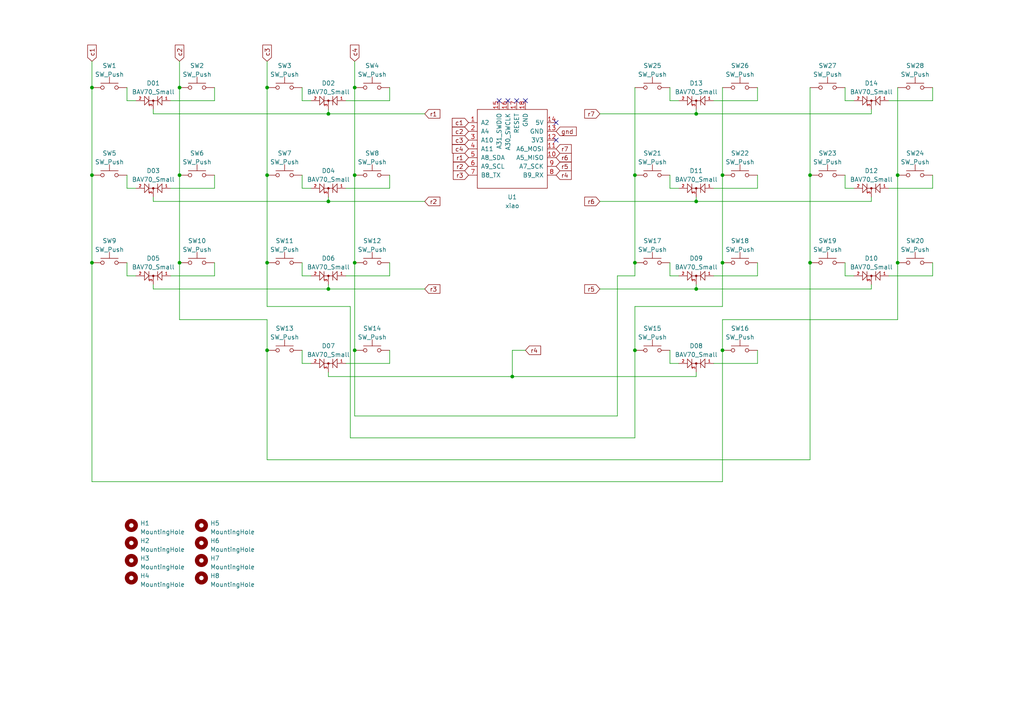
<source format=kicad_sch>
(kicad_sch (version 20230121) (generator eeschema)
  (paper "A4")
  (lib_symbols
    (symbol "Kleeb MCU:xiao" (pin_names (offset 1.016))
      (property "Reference" "U" (at -10.16 15.24 0))
      (property "Value" "xiao" (at -8.89 12.7 0))
      (symbol "xiao_0_1"
        (rectangle (start -10.16 11.43) (end 10.16 -11.43))
      )
      (symbol "xiao_1_1"
        (pin bidirectional line (at -12.7 7.62 0) (length 2.54) (name "A2") (number "1"))
        (pin bidirectional line (at 12.7 -2.54 180) (length 2.54) (name "A5_MISO") (number "10"))
        (pin bidirectional line (at 12.7 0 180) (length 2.54) (name "A6_MOSI") (number "11"))
        (pin power_out line (at 12.7 2.54 180) (length 2.54) (name "3V3") (number "12"))
        (pin power_out line (at 12.7 5.08 180) (length 2.54) (name "GND") (number "13"))
        (pin power_out line (at 12.7 7.62 180) (length 2.54) (name "5V") (number "14"))
        (pin input line (at -3.81 13.97 270) (length 2.54) (name "A31_SWDIO") (number "15"))
        (pin input line (at -1.27 13.97 270) (length 2.54) (name "A30_SWCLK") (number "16"))
        (pin input line (at 1.27 13.97 270) (length 2.54) (name "RESET") (number "17"))
        (pin power_out line (at 3.81 13.97 270) (length 2.54) (name "GND") (number "18"))
        (pin bidirectional line (at -12.7 5.08 0) (length 2.54) (name "A4") (number "2"))
        (pin bidirectional line (at -12.7 2.54 0) (length 2.54) (name "A10") (number "3"))
        (pin bidirectional line (at -12.7 0 0) (length 2.54) (name "A11") (number "4"))
        (pin bidirectional line (at -12.7 -2.54 0) (length 2.54) (name "A8_SDA") (number "5"))
        (pin bidirectional line (at -12.7 -5.08 0) (length 2.54) (name "A9_SCL") (number "6"))
        (pin bidirectional line (at -12.7 -7.62 0) (length 2.54) (name "B8_TX") (number "7"))
        (pin bidirectional line (at 12.7 -7.62 180) (length 2.54) (name "B9_RX") (number "8"))
        (pin bidirectional line (at 12.7 -5.08 180) (length 2.54) (name "A7_SCK") (number "9"))
      )
    )
    (symbol "MarBastLib-Various:BAV70_Small" (pin_names (offset 0.762) hide)
      (property "Reference" "D" (at 0.635 -2.54 0))
      (property "Value" "BAV70_Small" (at 0 2.54 0))
      (symbol "BAV70_Small_0_1"
        (polyline (pts (xy -1.27 1.27) (xy -1.27 -1.27)))
        (polyline (pts (xy 1.27 0) (xy -1.27 0)))
        (polyline (pts (xy 1.27 1.27) (xy 1.27 -1.27)))
        (polyline (pts (xy -2.54 1.27) (xy -2.54 -1.27) (xy -1.27 0) (xy -2.54 1.27)))
        (polyline (pts (xy 2.54 1.27) (xy 2.54 -1.27) (xy 1.27 0) (xy 2.54 1.27)))
        (circle (center 0 0) (radius 0.254) (fill (type outline)))
      )
      (symbol "BAV70_Small_1_1"
        (pin input line (at -5.08 0 0) (length 2.54) (name "A1") (number "1"))
        (pin input line (at 5.08 0 180) (length 2.54) (name "A2") (number "2"))
        (pin passive line (at 0 -2.54 90) (length 2.54) (name "K") (number "3"))
      )
    )
    (symbol "Mechanical:MountingHole" (pin_names (offset 1.016))
      (property "Reference" "H" (at 0 5.08 0))
      (property "Value" "MountingHole" (at 0 3.175 0))
      (symbol "MountingHole_0_1"
        (circle (center 0 0) (radius 1.27) (stroke (width 1.27)))
      )
    )
    (symbol "Switch:SW_Push" (pin_numbers hide) (pin_names (offset 1.016) hide)
      (property "Reference" "SW" (at 1.27 2.54 0))
      (property "Value" "SW_Push" (at 0 -1.524 0))
      (symbol "SW_Push_0_1"
        (circle (center -2.032 0) (radius 0.508))
        (polyline (pts (xy 0 1.27) (xy 0 3.048)))
        (polyline (pts (xy 2.54 1.27) (xy -2.54 1.27)))
        (circle (center 2.032 0) (radius 0.508))
        (pin passive line (at -5.08 0 0) (length 2.54) (name "1") (number "1"))
        (pin passive line (at 5.08 0 180) (length 2.54) (name "2") (number "2"))
      )
    )
  )
  (junction (at 102.87 25.4))
  (junction (at 184.15 101.6))
  (junction (at 77.47 25.4))
  (junction (at 77.47 101.6))
  (junction (at 102.87 50.8))
  (junction (at 95.25 83.82))
  (junction (at 52.07 50.8))
  (junction (at 201.93 58.42))
  (junction (at 77.47 76.2))
  (junction (at 95.25 58.42))
  (junction (at 184.15 50.8))
  (junction (at 234.95 50.8))
  (junction (at 77.47 50.8))
  (junction (at 52.07 76.2))
  (junction (at 26.67 76.2))
  (junction (at 52.07 25.4))
  (junction (at 234.95 76.2))
  (junction (at 102.87 101.6))
  (junction (at 209.55 76.2))
  (junction (at 260.35 50.8))
  (junction (at 209.55 50.8))
  (junction (at 26.67 50.8))
  (junction (at 184.15 76.2))
  (junction (at 95.25 33.02))
  (junction (at 148.59 109.22))
  (junction (at 201.93 33.02))
  (junction (at 201.93 83.82))
  (junction (at 102.87 76.2))
  (junction (at 26.67 25.4))
  (junction (at 209.55 101.6))
  (junction (at 260.35 76.2))
  (no_connect (at 161.29 40.64))
  (no_connect (at 147.32 29.21))
  (no_connect (at 149.86 29.21))
  (no_connect (at 152.4 29.21))
  (no_connect (at 161.29 35.56))
  (no_connect (at 144.78 29.21))
  (wire (pts (xy 201.93 58.42) (xy 201.93 57.15)))
  (wire (pts (xy 184.15 88.9) (xy 209.55 88.9)))
  (wire (pts (xy 209.55 92.71) (xy 260.35 92.71)))
  (wire (pts (xy 179.07 120.65) (xy 102.87 120.65)))
  (wire (pts (xy 148.59 101.6) (xy 152.4 101.6)))
  (wire (pts (xy 52.07 76.2) (xy 52.07 50.8)))
  (wire (pts (xy 26.67 17.78) (xy 26.67 25.4)))
  (wire (pts (xy 209.55 50.8) (xy 209.55 25.4)))
  (wire (pts (xy 219.71 29.21) (xy 207.01 29.21)))
  (wire (pts (xy 245.11 80.01) (xy 247.65 80.01)))
  (wire (pts (xy 62.23 76.2) (xy 62.23 80.01)))
  (wire (pts (xy 219.71 76.2) (xy 219.71 80.01)))
  (wire (pts (xy 252.73 57.15) (xy 252.73 58.42)))
  (wire (pts (xy 194.31 76.2) (xy 194.31 80.01)))
  (wire (pts (xy 87.63 25.4) (xy 87.63 29.21)))
  (wire (pts (xy 52.07 17.78) (xy 52.07 25.4)))
  (wire (pts (xy 52.07 92.71) (xy 52.07 76.2)))
  (wire (pts (xy 209.55 139.7) (xy 209.55 101.6)))
  (wire (pts (xy 26.67 50.8) (xy 26.67 76.2)))
  (wire (pts (xy 95.25 31.75) (xy 95.25 33.02)))
  (wire (pts (xy 44.45 33.02) (xy 95.25 33.02)))
  (wire (pts (xy 95.25 33.02) (xy 123.19 33.02)))
  (wire (pts (xy 44.45 58.42) (xy 95.25 58.42)))
  (wire (pts (xy 179.07 80.01) (xy 179.07 120.65)))
  (wire (pts (xy 148.59 109.22) (xy 201.93 109.22)))
  (wire (pts (xy 252.73 82.55) (xy 252.73 83.82)))
  (wire (pts (xy 36.83 25.4) (xy 36.83 29.21)))
  (wire (pts (xy 219.71 50.8) (xy 219.71 54.61)))
  (wire (pts (xy 77.47 133.35) (xy 77.47 101.6)))
  (wire (pts (xy 194.31 105.41) (xy 196.85 105.41)))
  (wire (pts (xy 270.51 80.01) (xy 257.81 80.01)))
  (wire (pts (xy 260.35 50.8) (xy 260.35 76.2)))
  (wire (pts (xy 194.31 50.8) (xy 194.31 54.61)))
  (wire (pts (xy 194.31 54.61) (xy 196.85 54.61)))
  (wire (pts (xy 245.11 76.2) (xy 245.11 80.01)))
  (wire (pts (xy 245.11 25.4) (xy 245.11 29.21)))
  (wire (pts (xy 184.15 127) (xy 184.15 101.6)))
  (wire (pts (xy 95.25 57.15) (xy 95.25 58.42)))
  (wire (pts (xy 77.47 92.71) (xy 52.07 92.71)))
  (wire (pts (xy 62.23 29.21) (xy 49.53 29.21)))
  (wire (pts (xy 201.93 58.42) (xy 252.73 58.42)))
  (wire (pts (xy 270.51 50.8) (xy 270.51 54.61)))
  (wire (pts (xy 62.23 25.4) (xy 62.23 29.21)))
  (wire (pts (xy 219.71 80.01) (xy 207.01 80.01)))
  (wire (pts (xy 87.63 50.8) (xy 87.63 54.61)))
  (wire (pts (xy 44.45 83.82) (xy 95.25 83.82)))
  (wire (pts (xy 77.47 50.8) (xy 77.47 76.2)))
  (wire (pts (xy 44.45 58.42) (xy 44.45 57.15)))
  (wire (pts (xy 260.35 92.71) (xy 260.35 76.2)))
  (wire (pts (xy 252.73 31.75) (xy 252.73 33.02)))
  (wire (pts (xy 194.31 101.6) (xy 194.31 105.41)))
  (wire (pts (xy 113.03 80.01) (xy 100.33 80.01)))
  (wire (pts (xy 95.25 83.82) (xy 123.19 83.82)))
  (wire (pts (xy 270.51 25.4) (xy 270.51 29.21)))
  (wire (pts (xy 36.83 50.8) (xy 36.83 54.61)))
  (wire (pts (xy 113.03 25.4) (xy 113.03 29.21)))
  (wire (pts (xy 102.87 76.2) (xy 102.87 50.8)))
  (wire (pts (xy 87.63 29.21) (xy 90.17 29.21)))
  (wire (pts (xy 113.03 76.2) (xy 113.03 80.01)))
  (wire (pts (xy 62.23 50.8) (xy 62.23 54.61)))
  (wire (pts (xy 184.15 80.01) (xy 184.15 76.2)))
  (wire (pts (xy 44.45 83.82) (xy 44.45 82.55)))
  (wire (pts (xy 95.25 107.95) (xy 95.25 109.22)))
  (wire (pts (xy 102.87 17.78) (xy 102.87 25.4)))
  (wire (pts (xy 219.71 25.4) (xy 219.71 29.21)))
  (wire (pts (xy 207.01 105.41) (xy 219.71 105.41)))
  (wire (pts (xy 102.87 101.6) (xy 102.87 76.2)))
  (wire (pts (xy 209.55 101.6) (xy 209.55 92.71)))
  (wire (pts (xy 36.83 76.2) (xy 36.83 80.01)))
  (wire (pts (xy 270.51 29.21) (xy 257.81 29.21)))
  (wire (pts (xy 201.93 109.22) (xy 201.93 107.95)))
  (wire (pts (xy 87.63 80.01) (xy 90.17 80.01)))
  (wire (pts (xy 101.6 88.9) (xy 101.6 127)))
  (wire (pts (xy 173.99 58.42) (xy 201.93 58.42)))
  (wire (pts (xy 184.15 50.8) (xy 184.15 76.2)))
  (wire (pts (xy 209.55 76.2) (xy 209.55 50.8)))
  (wire (pts (xy 87.63 105.41) (xy 90.17 105.41)))
  (wire (pts (xy 260.35 25.4) (xy 260.35 50.8)))
  (wire (pts (xy 201.93 33.02) (xy 201.93 31.75)))
  (wire (pts (xy 102.87 120.65) (xy 102.87 101.6)))
  (wire (pts (xy 234.95 133.35) (xy 234.95 76.2)))
  (wire (pts (xy 62.23 54.61) (xy 49.53 54.61)))
  (wire (pts (xy 26.67 76.2) (xy 26.67 139.7)))
  (wire (pts (xy 62.23 80.01) (xy 49.53 80.01)))
  (wire (pts (xy 36.83 80.01) (xy 39.37 80.01)))
  (wire (pts (xy 194.31 80.01) (xy 196.85 80.01)))
  (wire (pts (xy 95.25 58.42) (xy 123.19 58.42)))
  (wire (pts (xy 219.71 101.6) (xy 219.71 105.41)))
  (wire (pts (xy 194.31 25.4) (xy 194.31 29.21)))
  (wire (pts (xy 102.87 50.8) (xy 102.87 25.4)))
  (wire (pts (xy 270.51 54.61) (xy 257.81 54.61)))
  (wire (pts (xy 77.47 25.4) (xy 77.47 50.8)))
  (wire (pts (xy 184.15 25.4) (xy 184.15 50.8)))
  (wire (pts (xy 101.6 127) (xy 184.15 127)))
  (wire (pts (xy 270.51 76.2) (xy 270.51 80.01)))
  (wire (pts (xy 113.03 50.8) (xy 113.03 54.61)))
  (wire (pts (xy 36.83 54.61) (xy 39.37 54.61)))
  (wire (pts (xy 184.15 101.6) (xy 184.15 88.9)))
  (wire (pts (xy 201.93 83.82) (xy 201.93 82.55)))
  (wire (pts (xy 100.33 105.41) (xy 113.03 105.41)))
  (wire (pts (xy 77.47 101.6) (xy 77.47 92.71)))
  (wire (pts (xy 245.11 50.8) (xy 245.11 54.61)))
  (wire (pts (xy 234.95 50.8) (xy 234.95 25.4)))
  (wire (pts (xy 201.93 33.02) (xy 252.73 33.02)))
  (wire (pts (xy 26.67 139.7) (xy 209.55 139.7)))
  (wire (pts (xy 44.45 33.02) (xy 44.45 31.75)))
  (wire (pts (xy 113.03 54.61) (xy 100.33 54.61)))
  (wire (pts (xy 36.83 29.21) (xy 39.37 29.21)))
  (wire (pts (xy 26.67 25.4) (xy 26.67 50.8)))
  (wire (pts (xy 148.59 109.22) (xy 148.59 101.6)))
  (wire (pts (xy 173.99 83.82) (xy 201.93 83.82)))
  (wire (pts (xy 194.31 29.21) (xy 196.85 29.21)))
  (wire (pts (xy 234.95 76.2) (xy 234.95 50.8)))
  (wire (pts (xy 52.07 50.8) (xy 52.07 25.4)))
  (wire (pts (xy 87.63 101.6) (xy 87.63 105.41)))
  (wire (pts (xy 77.47 17.78) (xy 77.47 25.4)))
  (wire (pts (xy 113.03 29.21) (xy 100.33 29.21)))
  (wire (pts (xy 77.47 88.9) (xy 101.6 88.9)))
  (wire (pts (xy 209.55 88.9) (xy 209.55 76.2)))
  (wire (pts (xy 245.11 29.21) (xy 247.65 29.21)))
  (wire (pts (xy 95.25 82.55) (xy 95.25 83.82)))
  (wire (pts (xy 77.47 133.35) (xy 234.95 133.35)))
  (wire (pts (xy 87.63 76.2) (xy 87.63 80.01)))
  (wire (pts (xy 77.47 76.2) (xy 77.47 88.9)))
  (wire (pts (xy 219.71 54.61) (xy 207.01 54.61)))
  (wire (pts (xy 113.03 101.6) (xy 113.03 105.41)))
  (wire (pts (xy 201.93 83.82) (xy 252.73 83.82)))
  (wire (pts (xy 95.25 109.22) (xy 148.59 109.22)))
  (wire (pts (xy 87.63 54.61) (xy 90.17 54.61)))
  (wire (pts (xy 179.07 80.01) (xy 184.15 80.01)))
  (wire (pts (xy 245.11 54.61) (xy 247.65 54.61)))
  (wire (pts (xy 173.99 33.02) (xy 201.93 33.02)))
  (global_label "r7" (shape input) (at 173.99 33.02 180) (property "Intersheetrefs" "${INTERSHEET_REFS}" (effects hide)))
  (global_label "r2" (shape input) (at 123.19 58.42 0) (property "Intersheetrefs" "${INTERSHEET_REFS}" (effects hide)))
  (global_label "c1" (shape input) (at 26.67 17.78 90) (property "Intersheetrefs" "${INTERSHEET_REFS}" (effects hide)))
  (global_label "r3" (shape input) (at 135.89 50.8 180) (property "Intersheetrefs" "${INTERSHEET_REFS}" (effects hide)))
  (global_label "r2" (shape input) (at 135.89 48.26 180) (property "Intersheetrefs" "${INTERSHEET_REFS}" (effects hide)))
  (global_label "r4" (shape input) (at 161.29 50.8 0) (property "Intersheetrefs" "${INTERSHEET_REFS}" (effects hide)))
  (global_label "r5" (shape input) (at 173.99 83.82 180) (property "Intersheetrefs" "${INTERSHEET_REFS}" (effects hide)))
  (global_label "c3" (shape input) (at 77.47 17.78 90) (property "Intersheetrefs" "${INTERSHEET_REFS}" (effects hide)))
  (global_label "c3" (shape input) (at 135.89 40.64 180) (property "Intersheetrefs" "${INTERSHEET_REFS}" (effects hide)))
  (global_label "r7" (shape input) (at 161.29 43.18 0) (property "Intersheetrefs" "${INTERSHEET_REFS}" (effects hide)))
  (global_label "c4" (shape input) (at 135.89 43.18 180) (property "Intersheetrefs" "${INTERSHEET_REFS}" (effects hide)))
  (global_label "r6" (shape input) (at 173.99 58.42 180) (property "Intersheetrefs" "${INTERSHEET_REFS}" (effects hide)))
  (global_label "r5" (shape input) (at 161.29 48.26 0) (property "Intersheetrefs" "${INTERSHEET_REFS}" (effects hide)))
  (global_label "r1" (shape input) (at 123.19 33.02 0) (property "Intersheetrefs" "${INTERSHEET_REFS}" (effects hide)))
  (global_label "c4" (shape input) (at 102.87 17.78 90) (property "Intersheetrefs" "${INTERSHEET_REFS}" (effects hide)))
  (global_label "c2" (shape input) (at 135.89 38.1 180) (property "Intersheetrefs" "${INTERSHEET_REFS}" (effects hide)))
  (global_label "c1" (shape input) (at 135.89 35.56 180) (property "Intersheetrefs" "${INTERSHEET_REFS}" (effects hide)))
  (global_label "gnd" (shape input) (at 161.29 38.1 0) (property "Intersheetrefs" "${INTERSHEET_REFS}" (effects hide)))
  (global_label "c2" (shape input) (at 52.07 17.78 90) (property "Intersheetrefs" "${INTERSHEET_REFS}" (effects hide)))
  (global_label "r6" (shape input) (at 161.29 45.72 0) (property "Intersheetrefs" "${INTERSHEET_REFS}" (effects hide)))
  (global_label "r3" (shape input) (at 123.19 83.82 0) (property "Intersheetrefs" "${INTERSHEET_REFS}" (effects hide)))
  (global_label "r1" (shape input) (at 135.89 45.72 180) (property "Intersheetrefs" "${INTERSHEET_REFS}" (effects hide)))
  (global_label "r4" (shape input) (at 152.4 101.6 0) (property "Intersheetrefs" "${INTERSHEET_REFS}" (effects hide)))
  (symbol (lib_id "Switch:SW_Push") (at 82.55 50.8 0) (unit 1)
    (property "Reference" "SW7" (at 82.55 44.45 0))
    (property "Value" "SW_Push" (at 82.55 46.99 0))
    (property "Footprint" "BeiBob:gateron-ks27-soldered-mx-hotswap_silkless" (effects hide))
  )
  (symbol (lib_id "Switch:SW_Push") (at 240.03 50.8 0) (unit 1)
    (property "Reference" "SW23" (at 240.03 44.45 0))
    (property "Value" "SW_Push" (at 240.03 46.99 0))
    (property "Footprint" "BeiBob:gateron-ks27-soldered-mx-hotswap_silkless" (effects hide))
  )
  (symbol (lib_id "Mechanical:MountingHole") (at 58.42 162.56 0) (unit 1)
    (property "Reference" "H7" (at 60.96 161.925 0) (effects (justify left)))
    (property "Value" "MountingHole" (at 60.96 164.465 0) (effects (justify left)))
    (property "Footprint" "BeiBob:MountingHole_3.5mm_no_silk" (effects hide))
  )
  (symbol (lib_id "Switch:SW_Push") (at 265.43 25.4 0) (unit 1)
    (property "Reference" "SW28" (at 265.43 19.05 0))
    (property "Value" "SW_Push" (at 265.43 21.59 0))
    (property "Footprint" "BeiBob:gateron-ks27-soldered-mx-hotswap_silkless" (effects hide))
  )
  (symbol (lib_id "Switch:SW_Push") (at 189.23 25.4 0) (unit 1)
    (property "Reference" "SW25" (at 189.23 19.05 0))
    (property "Value" "SW_Push" (at 189.23 21.59 0))
    (property "Footprint" "BeiBob:gateron-ks27-soldered-mx-hotswap_silkless" (effects hide))
  )
  (symbol (lib_id "Switch:SW_Push") (at 214.63 50.8 0) (unit 1)
    (property "Reference" "SW22" (at 214.63 44.45 0))
    (property "Value" "SW_Push" (at 214.63 46.99 0))
    (property "Footprint" "BeiBob:gateron-ks27-soldered-mx-hotswap_silkless" (effects hide))
  )
  (symbol (lib_id "MarBastLib-Various:BAV70_Small") (at 44.45 29.21 0) (mirror y) (unit 1)
    (property "Reference" "D01" (at 44.45 24.13 0))
    (property "Value" "BAV70_Small" (at 44.45 26.67 0))
    (property "Footprint" "BeiBob:SOT-23_Handsoldering" (effects hide))
    (property "Datasheet" "https://assets.nexperia.com/documents/data-sheet/BAV70_SER.pdf" (effects hide))
  )
  (symbol (lib_id "MarBastLib-Various:BAV70_Small") (at 95.25 105.41 0) (mirror y) (unit 1)
    (property "Reference" "D07" (at 95.25 100.33 0))
    (property "Value" "BAV70_Small" (at 95.25 102.87 0))
    (property "Footprint" "BeiBob:SOT-23_Handsoldering" (effects hide))
    (property "Datasheet" "https://assets.nexperia.com/documents/data-sheet/BAV70_SER.pdf" (effects hide))
  )
  (symbol (lib_id "Switch:SW_Push") (at 189.23 50.8 0) (unit 1)
    (property "Reference" "SW21" (at 189.23 44.45 0))
    (property "Value" "SW_Push" (at 189.23 46.99 0))
    (property "Footprint" "BeiBob:gateron-ks27-soldered-mx-hotswap_silkless" (effects hide))
  )
  (symbol (lib_id "Mechanical:MountingHole") (at 38.1 167.64 0) (unit 1)
    (property "Reference" "H4" (at 40.64 167.005 0) (effects (justify left)))
    (property "Value" "MountingHole" (at 40.64 169.545 0) (effects (justify left)))
    (property "Footprint" "BeiBob:MountingHole_3.5mm_no_silk" (effects hide))
  )
  (symbol (lib_id "Kleeb MCU:xiao") (at 148.59 43.18 0) (unit 1)
    (property "Reference" "U1" (at 148.59 57.15 0))
    (property "Value" "xiao" (at 148.59 59.69 0))
    (property "Footprint" "Kleeb MCU:xiao-tht" (effects hide))
  )
  (symbol (lib_id "Switch:SW_Push") (at 82.55 76.2 0) (unit 1)
    (property "Reference" "SW11" (at 82.55 69.85 0))
    (property "Value" "SW_Push" (at 82.55 72.39 0))
    (property "Footprint" "BeiBob:gateron-ks27-soldered-mx-hotswap_silkless" (effects hide))
  )
  (symbol (lib_id "MarBastLib-Various:BAV70_Small") (at 95.25 54.61 0) (mirror y) (unit 1)
    (property "Reference" "D04" (at 95.25 49.53 0))
    (property "Value" "BAV70_Small" (at 95.25 52.07 0))
    (property "Footprint" "BeiBob:SOT-23_Handsoldering" (effects hide))
    (property "Datasheet" "https://assets.nexperia.com/documents/data-sheet/BAV70_SER.pdf" (effects hide))
  )
  (symbol (lib_id "Mechanical:MountingHole") (at 58.42 167.64 0) (unit 1)
    (property "Reference" "H8" (at 60.96 167.005 0) (effects (justify left)))
    (property "Value" "MountingHole" (at 60.96 169.545 0) (effects (justify left)))
    (property "Footprint" "BeiBob:MountingHole_3.5mm_no_silk" (effects hide))
  )
  (symbol (lib_id "MarBastLib-Various:BAV70_Small") (at 201.93 105.41 0) (mirror y) (unit 1)
    (property "Reference" "D08" (at 201.93 100.33 0))
    (property "Value" "BAV70_Small" (at 201.93 102.87 0))
    (property "Footprint" "BeiBob:SOT-23_Handsoldering" (effects hide))
    (property "Datasheet" "https://assets.nexperia.com/documents/data-sheet/BAV70_SER.pdf" (effects hide))
  )
  (symbol (lib_id "Switch:SW_Push") (at 240.03 76.2 0) (unit 1)
    (property "Reference" "SW19" (at 240.03 69.85 0))
    (property "Value" "SW_Push" (at 240.03 72.39 0))
    (property "Footprint" "BeiBob:gateron-ks27-soldered-mx-hotswap_silkless" (effects hide))
  )
  (symbol (lib_id "Switch:SW_Push") (at 31.75 50.8 0) (unit 1)
    (property "Reference" "SW5" (at 31.75 44.45 0))
    (property "Value" "SW_Push" (at 31.75 46.99 0))
    (property "Footprint" "BeiBob:gateron-ks27-soldered-mx-hotswap_silkless" (effects hide))
  )
  (symbol (lib_id "Switch:SW_Push") (at 265.43 50.8 0) (unit 1)
    (property "Reference" "SW24" (at 265.43 44.45 0))
    (property "Value" "SW_Push" (at 265.43 46.99 0))
    (property "Footprint" "BeiBob:gateron-ks27-soldered-mx-hotswap_silkless" (effects hide))
  )
  (symbol (lib_id "MarBastLib-Various:BAV70_Small") (at 252.73 54.61 0) (mirror y) (unit 1)
    (property "Reference" "D12" (at 252.73 49.53 0))
    (property "Value" "BAV70_Small" (at 252.73 52.07 0))
    (property "Footprint" "BeiBob:SOT-23_Handsoldering" (effects hide))
    (property "Datasheet" "https://assets.nexperia.com/documents/data-sheet/BAV70_SER.pdf" (effects hide))
  )
  (symbol (lib_id "Switch:SW_Push") (at 265.43 76.2 0) (unit 1)
    (property "Reference" "SW20" (at 265.43 69.85 0))
    (property "Value" "SW_Push" (at 265.43 72.39 0))
    (property "Footprint" "BeiBob:gateron-ks27-soldered-mx-hotswap_silkless" (effects hide))
  )
  (symbol (lib_id "MarBastLib-Various:BAV70_Small") (at 201.93 54.61 0) (mirror y) (unit 1)
    (property "Reference" "D11" (at 201.93 49.53 0))
    (property "Value" "BAV70_Small" (at 201.93 52.07 0))
    (property "Footprint" "BeiBob:SOT-23_Handsoldering" (effects hide))
    (property "Datasheet" "https://assets.nexperia.com/documents/data-sheet/BAV70_SER.pdf" (effects hide))
  )
  (symbol (lib_id "Switch:SW_Push") (at 31.75 76.2 0) (unit 1)
    (property "Reference" "SW9" (at 31.75 69.85 0))
    (property "Value" "SW_Push" (at 31.75 72.39 0))
    (property "Footprint" "BeiBob:gateron-ks27-soldered-mx-hotswap_silkless" (effects hide))
  )
  (symbol (lib_id "Switch:SW_Push") (at 31.75 25.4 0) (unit 1)
    (property "Reference" "SW1" (at 31.75 19.05 0))
    (property "Value" "SW_Push" (at 31.75 21.59 0))
    (property "Footprint" "BeiBob:gateron-ks27-soldered-mx-hotswap_silkless" (effects hide))
  )
  (symbol (lib_id "Switch:SW_Push") (at 107.95 50.8 0) (unit 1)
    (property "Reference" "SW8" (at 107.95 44.45 0))
    (property "Value" "SW_Push" (at 107.95 46.99 0))
    (property "Footprint" "BeiBob:gateron-ks27-soldered-mx-hotswap_silkless" (effects hide))
  )
  (symbol (lib_id "Mechanical:MountingHole") (at 58.42 152.4 0) (unit 1)
    (property "Reference" "H5" (at 60.96 151.765 0) (effects (justify left)))
    (property "Value" "MountingHole" (at 60.96 154.305 0) (effects (justify left)))
    (property "Footprint" "BeiBob:MountingHole_3.5mm_no_silk" (effects hide))
  )
  (symbol (lib_id "Switch:SW_Push") (at 57.15 50.8 0) (unit 1)
    (property "Reference" "SW6" (at 57.15 44.45 0))
    (property "Value" "SW_Push" (at 57.15 46.99 0))
    (property "Footprint" "BeiBob:gateron-ks27-soldered-mx-hotswap_silkless" (effects hide))
  )
  (symbol (lib_id "Switch:SW_Push") (at 214.63 101.6 0) (unit 1)
    (property "Reference" "SW16" (at 214.63 95.25 0))
    (property "Value" "SW_Push" (at 214.63 97.79 0))
    (property "Footprint" "BeiBob:gateron-ks27-soldered-mx-hotswap_silkless" (effects hide))
  )
  (symbol (lib_id "Switch:SW_Push") (at 107.95 25.4 0) (unit 1)
    (property "Reference" "SW4" (at 107.95 19.05 0))
    (property "Value" "SW_Push" (at 107.95 21.59 0))
    (property "Footprint" "BeiBob:gateron-ks27-soldered-mx-hotswap_silkless" (effects hide))
  )
  (symbol (lib_id "Switch:SW_Push") (at 57.15 25.4 0) (unit 1)
    (property "Reference" "SW2" (at 57.15 19.05 0))
    (property "Value" "SW_Push" (at 57.15 21.59 0))
    (property "Footprint" "BeiBob:gateron-ks27-soldered-mx-hotswap_silkless" (effects hide))
  )
  (symbol (lib_id "Switch:SW_Push") (at 82.55 25.4 0) (unit 1)
    (property "Reference" "SW3" (at 82.55 19.05 0))
    (property "Value" "SW_Push" (at 82.55 21.59 0))
    (property "Footprint" "BeiBob:gateron-ks27-soldered-mx-hotswap_silkless" (effects hide))
  )
  (symbol (lib_id "MarBastLib-Various:BAV70_Small") (at 252.73 29.21 0) (mirror y) (unit 1)
    (property "Reference" "D14" (at 252.73 24.13 0))
    (property "Value" "BAV70_Small" (at 252.73 26.67 0))
    (property "Footprint" "BeiBob:SOT-23_Handsoldering" (effects hide))
    (property "Datasheet" "https://assets.nexperia.com/documents/data-sheet/BAV70_SER.pdf" (effects hide))
  )
  (symbol (lib_id "Switch:SW_Push") (at 214.63 25.4 0) (unit 1)
    (property "Reference" "SW26" (at 214.63 19.05 0))
    (property "Value" "SW_Push" (at 214.63 21.59 0))
    (property "Footprint" "BeiBob:gateron-ks27-soldered-mx-hotswap_silkless" (effects hide))
  )
  (symbol (lib_id "Mechanical:MountingHole") (at 38.1 152.4 0) (unit 1)
    (property "Reference" "H1" (at 40.64 151.765 0) (effects (justify left)))
    (property "Value" "MountingHole" (at 40.64 154.305 0) (effects (justify left)))
    (property "Footprint" "BeiBob:MountingHole_3.5mm_no_silk" (effects hide))
  )
  (symbol (lib_id "Switch:SW_Push") (at 189.23 101.6 0) (unit 1)
    (property "Reference" "SW15" (at 189.23 95.25 0))
    (property "Value" "SW_Push" (at 189.23 97.79 0))
    (property "Footprint" "BeiBob:gateron-ks27-soldered-mx-hotswap_silkless" (effects hide))
  )
  (symbol (lib_id "Switch:SW_Push") (at 107.95 76.2 0) (unit 1)
    (property "Reference" "SW12" (at 107.95 69.85 0))
    (property "Value" "SW_Push" (at 107.95 72.39 0))
    (property "Footprint" "BeiBob:gateron-ks27-soldered-mx-hotswap_silkless" (effects hide))
  )
  (symbol (lib_id "MarBastLib-Various:BAV70_Small") (at 95.25 80.01 0) (mirror y) (unit 1)
    (property "Reference" "D06" (at 95.25 74.93 0))
    (property "Value" "BAV70_Small" (at 95.25 77.47 0))
    (property "Footprint" "BeiBob:SOT-23_Handsoldering" (effects hide))
    (property "Datasheet" "https://assets.nexperia.com/documents/data-sheet/BAV70_SER.pdf" (effects hide))
  )
  (symbol (lib_id "Switch:SW_Push") (at 107.95 101.6 0) (unit 1)
    (property "Reference" "SW14" (at 107.95 95.25 0))
    (property "Value" "SW_Push" (at 107.95 97.79 0))
    (property "Footprint" "BeiBob:gateron-ks27-soldered-mx-hotswap_silkless" (effects hide))
  )
  (symbol (lib_id "Switch:SW_Push") (at 214.63 76.2 0) (unit 1)
    (property "Reference" "SW18" (at 214.63 69.85 0))
    (property "Value" "SW_Push" (at 214.63 72.39 0))
    (property "Footprint" "BeiBob:gateron-ks27-soldered-mx-hotswap_silkless" (effects hide))
  )
  (symbol (lib_id "MarBastLib-Various:BAV70_Small") (at 201.93 29.21 0) (mirror y) (unit 1)
    (property "Reference" "D13" (at 201.93 24.13 0))
    (property "Value" "BAV70_Small" (at 201.93 26.67 0))
    (property "Footprint" "BeiBob:SOT-23_Handsoldering" (effects hide))
    (property "Datasheet" "https://assets.nexperia.com/documents/data-sheet/BAV70_SER.pdf" (effects hide))
  )
  (symbol (lib_id "Mechanical:MountingHole") (at 38.1 157.48 90) (unit 1)
    (property "Reference" "H2" (at 40.64 156.845 90) (effects (justify right)))
    (property "Value" "MountingHole" (at 40.64 159.385 90) (effects (justify right)))
    (property "Footprint" "BeiBob:MountingHole_3.5mm_no_silk" (effects hide))
  )
  (symbol (lib_id "MarBastLib-Various:BAV70_Small") (at 95.25 29.21 0) (mirror y) (unit 1)
    (property "Reference" "D02" (at 95.25 24.13 0))
    (property "Value" "BAV70_Small" (at 95.25 26.67 0))
    (property "Footprint" "BeiBob:SOT-23_Handsoldering" (effects hide))
    (property "Datasheet" "https://assets.nexperia.com/documents/data-sheet/BAV70_SER.pdf" (effects hide))
  )
  (symbol (lib_id "Mechanical:MountingHole") (at 38.1 162.56 0) (unit 1)
    (property "Reference" "H3" (at 40.64 161.925 0) (effects (justify left)))
    (property "Value" "MountingHole" (at 40.64 164.465 0) (effects (justify left)))
    (property "Footprint" "BeiBob:MountingHole_3.5mm_no_silk" (effects hide))
  )
  (symbol (lib_id "MarBastLib-Various:BAV70_Small") (at 44.45 80.01 0) (mirror y) (unit 1)
    (property "Reference" "D05" (at 44.45 74.93 0))
    (property "Value" "BAV70_Small" (at 44.45 77.47 0))
    (property "Footprint" "BeiBob:SOT-23_Handsoldering" (effects hide))
    (property "Datasheet" "https://assets.nexperia.com/documents/data-sheet/BAV70_SER.pdf" (effects hide))
  )
  (symbol (lib_id "Switch:SW_Push") (at 82.55 101.6 0) (unit 1)
    (property "Reference" "SW13" (at 82.55 95.25 0))
    (property "Value" "SW_Push" (at 82.55 97.79 0))
    (property "Footprint" "BeiBob:gateron-ks27-soldered-mx-hotswap_silkless" (effects hide))
  )
  (symbol (lib_id "Switch:SW_Push") (at 240.03 25.4 0) (unit 1)
    (property "Reference" "SW27" (at 240.03 19.05 0))
    (property "Value" "SW_Push" (at 240.03 21.59 0))
    (property "Footprint" "BeiBob:gateron-ks27-soldered-mx-hotswap_silkless" (effects hide))
  )
  (symbol (lib_id "Switch:SW_Push") (at 57.15 76.2 0) (unit 1)
    (property "Reference" "SW10" (at 57.15 69.85 0))
    (property "Value" "SW_Push" (at 57.15 72.39 0))
    (property "Footprint" "BeiBob:gateron-ks27-soldered-mx-hotswap_silkless" (effects hide))
  )
  (symbol (lib_id "MarBastLib-Various:BAV70_Small") (at 44.45 54.61 0) (mirror y) (unit 1)
    (property "Reference" "D03" (at 44.45 49.53 0))
    (property "Value" "BAV70_Small" (at 44.45 52.07 0))
    (property "Footprint" "BeiBob:SOT-23_Handsoldering" (effects hide))
    (property "Datasheet" "https://assets.nexperia.com/documents/data-sheet/BAV70_SER.pdf" (effects hide))
  )
  (symbol (lib_id "Mechanical:MountingHole") (at 58.42 157.48 0) (unit 1)
    (property "Reference" "H6" (at 60.96 156.845 0) (effects (justify left)))
    (property "Value" "MountingHole" (at 60.96 159.385 0) (effects (justify left)))
    (property "Footprint" "BeiBob:MountingHole_3.5mm_no_silk" (effects hide))
  )
  (symbol (lib_id "MarBastLib-Various:BAV70_Small") (at 252.73 80.01 0) (mirror y) (unit 1)
    (property "Reference" "D10" (at 252.73 74.93 0))
    (property "Value" "BAV70_Small" (at 252.73 77.47 0))
    (property "Footprint" "BeiBob:SOT-23_Handsoldering" (effects hide))
    (property "Datasheet" "https://assets.nexperia.com/documents/data-sheet/BAV70_SER.pdf" (effects hide))
  )
  (symbol (lib_id "MarBastLib-Various:BAV70_Small") (at 201.93 80.01 0) (mirror y) (unit 1)
    (property "Reference" "D09" (at 201.93 74.93 0))
    (property "Value" "BAV70_Small" (at 201.93 77.47 0))
    (property "Footprint" "BeiBob:SOT-23_Handsoldering" (effects hide))
    (property "Datasheet" "https://assets.nexperia.com/documents/data-sheet/BAV70_SER.pdf" (effects hide))
  )
  (symbol (lib_id "Switch:SW_Push") (at 189.23 76.2 0) (unit 1)
    (property "Reference" "SW17" (at 189.23 69.85 0))
    (property "Value" "SW_Push" (at 189.23 72.39 0))
    (property "Footprint" "BeiBob:gateron-ks27-soldered-mx-hotswap_silkless" (effects hide))
  )
)
</source>
